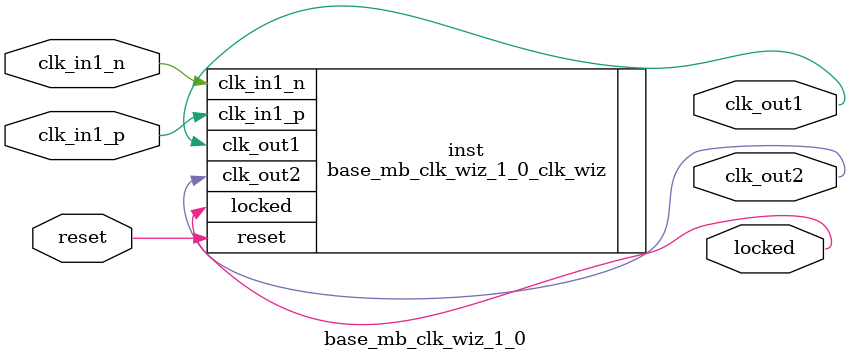
<source format=v>


`timescale 1ps/1ps

(* CORE_GENERATION_INFO = "base_mb_clk_wiz_1_0,clk_wiz_v5_4_3_0,{component_name=base_mb_clk_wiz_1_0,use_phase_alignment=true,use_min_o_jitter=false,use_max_i_jitter=false,use_dyn_phase_shift=false,use_inclk_switchover=false,use_dyn_reconfig=false,enable_axi=0,feedback_source=FDBK_AUTO,PRIMITIVE=MMCM,num_out_clk=2,clkin1_period=3.333,clkin2_period=10.0,use_power_down=false,use_reset=true,use_locked=true,use_inclk_stopped=false,feedback_type=SINGLE,CLOCK_MGR_TYPE=NA,manual_override=false}" *)

module base_mb_clk_wiz_1_0 
 (
  // Clock out ports
  output        clk_out1,
  output        clk_out2,
  // Status and control signals
  input         reset,
  output        locked,
 // Clock in ports
  input         clk_in1_p,
  input         clk_in1_n
 );

  base_mb_clk_wiz_1_0_clk_wiz inst
  (
  // Clock out ports  
  .clk_out1(clk_out1),
  .clk_out2(clk_out2),
  // Status and control signals               
  .reset(reset), 
  .locked(locked),
 // Clock in ports
  .clk_in1_p(clk_in1_p),
  .clk_in1_n(clk_in1_n)
  );

endmodule

</source>
